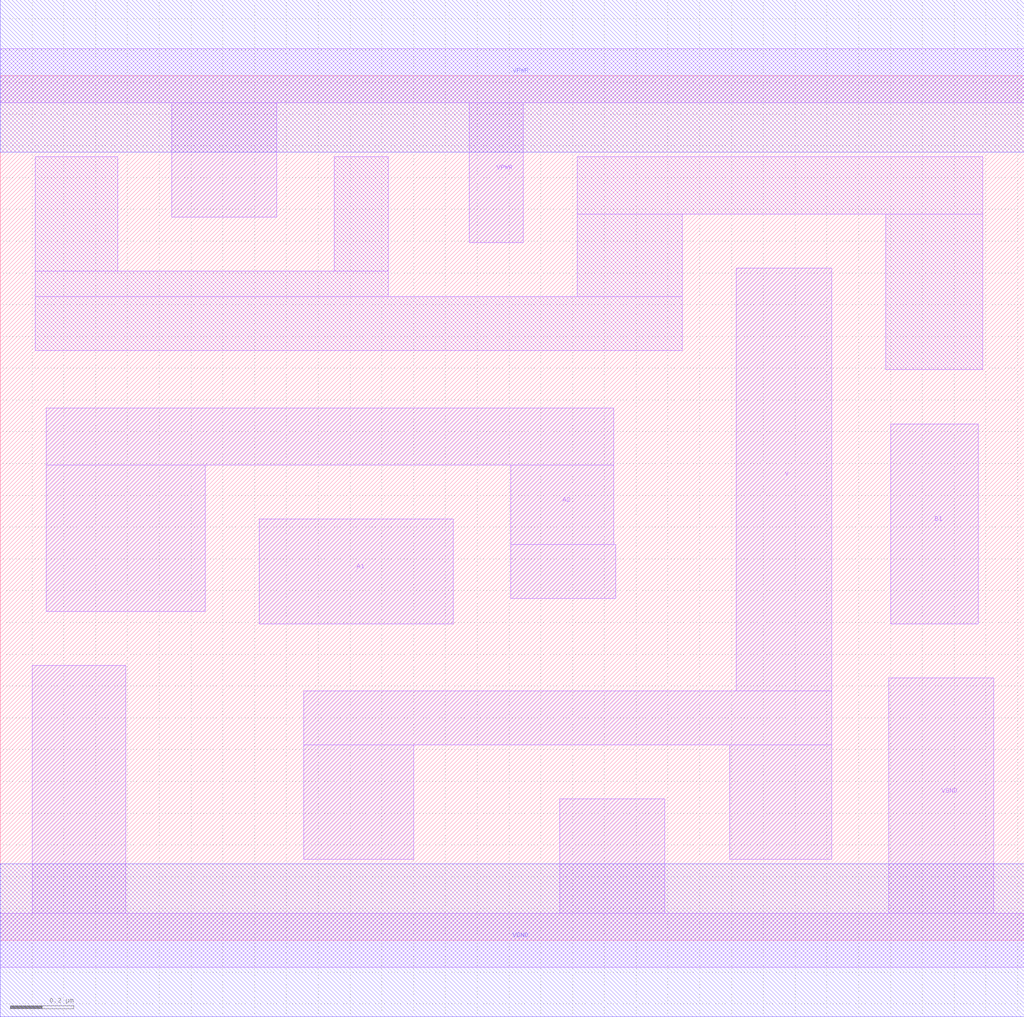
<source format=lef>
# Copyright 2020 The SkyWater PDK Authors
#
# Licensed under the Apache License, Version 2.0 (the "License");
# you may not use this file except in compliance with the License.
# You may obtain a copy of the License at
#
#     https://www.apache.org/licenses/LICENSE-2.0
#
# Unless required by applicable law or agreed to in writing, software
# distributed under the License is distributed on an "AS IS" BASIS,
# WITHOUT WARRANTIES OR CONDITIONS OF ANY KIND, either express or implied.
# See the License for the specific language governing permissions and
# limitations under the License.
#
# SPDX-License-Identifier: Apache-2.0

VERSION 5.5 ;
NAMESCASESENSITIVE ON ;
BUSBITCHARS "[]" ;
DIVIDERCHAR "/" ;
MACRO sky130_fd_sc_hd__a21oi_2
  CLASS CORE ;
  SOURCE USER ;
  ORIGIN  0.000000  0.000000 ;
  SIZE  3.220000 BY  2.720000 ;
  SYMMETRY X Y R90 ;
  SITE unithd ;
  PIN A1
    ANTENNAGATEAREA  0.495000 ;
    DIRECTION INPUT ;
    USE SIGNAL ;
    PORT
      LAYER li1 ;
        RECT 0.815000 0.995000 1.425000 1.325000 ;
    END
  END A1
  PIN A2
    ANTENNAGATEAREA  0.495000 ;
    DIRECTION INPUT ;
    USE SIGNAL ;
    PORT
      LAYER li1 ;
        RECT 0.145000 1.035000 0.645000 1.495000 ;
        RECT 0.145000 1.495000 1.930000 1.675000 ;
        RECT 1.605000 1.075000 1.935000 1.245000 ;
        RECT 1.605000 1.245000 1.930000 1.495000 ;
    END
  END A2
  PIN B1
    ANTENNAGATEAREA  0.495000 ;
    DIRECTION INPUT ;
    USE SIGNAL ;
    PORT
      LAYER li1 ;
        RECT 2.800000 0.995000 3.075000 1.625000 ;
    END
  END B1
  PIN Y
    ANTENNADIFFAREA  0.627500 ;
    DIRECTION OUTPUT ;
    USE SIGNAL ;
    PORT
      LAYER li1 ;
        RECT 0.955000 0.255000 1.300000 0.615000 ;
        RECT 0.955000 0.615000 2.615000 0.785000 ;
        RECT 2.295000 0.255000 2.615000 0.615000 ;
        RECT 2.315000 0.785000 2.615000 2.115000 ;
    END
  END Y
  PIN VGND
    DIRECTION INOUT ;
    SHAPE ABUTMENT ;
    USE GROUND ;
    PORT
      LAYER li1 ;
        RECT 0.000000 -0.085000 3.220000 0.085000 ;
        RECT 0.100000  0.085000 0.395000 0.865000 ;
        RECT 1.760000  0.085000 2.090000 0.445000 ;
        RECT 2.795000  0.085000 3.125000 0.825000 ;
    END
    PORT
      LAYER met1 ;
        RECT 0.000000 -0.240000 3.220000 0.240000 ;
    END
  END VGND
  PIN VNB
    DIRECTION INOUT ;
    USE GROUND ;
    PORT
    END
  END VNB
  PIN VPB
    DIRECTION INOUT ;
    USE POWER ;
    PORT
    END
  END VPB
  PIN VPWR
    DIRECTION INOUT ;
    SHAPE ABUTMENT ;
    USE POWER ;
    PORT
      LAYER li1 ;
        RECT 0.000000 2.635000 3.220000 2.805000 ;
        RECT 0.540000 2.275000 0.870000 2.635000 ;
        RECT 1.475000 2.195000 1.645000 2.635000 ;
    END
    PORT
      LAYER met1 ;
        RECT 0.000000 2.480000 3.220000 2.960000 ;
    END
  END VPWR
  OBS
    LAYER li1 ;
      RECT 0.110000 1.855000 2.145000 2.025000 ;
      RECT 0.110000 2.025000 1.220000 2.105000 ;
      RECT 0.110000 2.105000 0.370000 2.465000 ;
      RECT 1.050000 2.105000 1.220000 2.465000 ;
      RECT 1.815000 2.025000 2.145000 2.285000 ;
      RECT 1.815000 2.285000 3.090000 2.465000 ;
      RECT 2.785000 1.795000 3.090000 2.285000 ;
  END
END sky130_fd_sc_hd__a21oi_2
END LIBRARY

</source>
